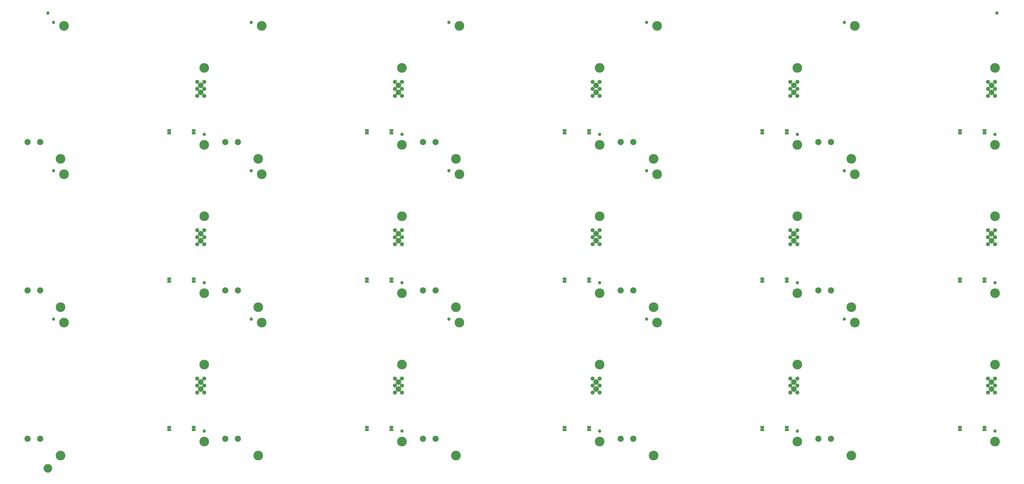
<source format=gbs>
G04 EAGLE Gerber RS-274X export*
G75*
%MOMM*%
%FSLAX34Y34*%
%LPD*%
%INSoldermask Bottom*%
%IPPOS*%
%AMOC8*
5,1,8,0,0,1.08239X$1,22.5*%
G01*
%ADD10C,3.505200*%
%ADD11C,2.003200*%
%ADD12C,1.473200*%
%ADD13C,2.235200*%
%ADD14R,1.473200X0.838200*%
%ADD15C,1.203200*%
%ADD16C,1.270000*%
%ADD17C,1.703200*%

G36*
X2056195Y1197622D02*
X2056195Y1197622D01*
X2056261Y1197624D01*
X2056304Y1197642D01*
X2056351Y1197650D01*
X2056408Y1197684D01*
X2056468Y1197709D01*
X2056503Y1197740D01*
X2056544Y1197765D01*
X2056586Y1197816D01*
X2056634Y1197860D01*
X2056656Y1197902D01*
X2056685Y1197939D01*
X2056706Y1198001D01*
X2056737Y1198060D01*
X2056745Y1198114D01*
X2056757Y1198151D01*
X2056756Y1198191D01*
X2056764Y1198245D01*
X2056764Y1202055D01*
X2056753Y1202120D01*
X2056751Y1202186D01*
X2056733Y1202229D01*
X2056725Y1202276D01*
X2056691Y1202333D01*
X2056666Y1202393D01*
X2056635Y1202428D01*
X2056610Y1202469D01*
X2056559Y1202511D01*
X2056515Y1202559D01*
X2056473Y1202581D01*
X2056436Y1202610D01*
X2056374Y1202631D01*
X2056315Y1202662D01*
X2056261Y1202670D01*
X2056224Y1202682D01*
X2056184Y1202681D01*
X2056130Y1202689D01*
X2053590Y1202689D01*
X2053525Y1202678D01*
X2053459Y1202676D01*
X2053416Y1202658D01*
X2053369Y1202650D01*
X2053312Y1202616D01*
X2053252Y1202591D01*
X2053217Y1202560D01*
X2053176Y1202535D01*
X2053135Y1202484D01*
X2053086Y1202440D01*
X2053064Y1202398D01*
X2053035Y1202361D01*
X2053014Y1202299D01*
X2052983Y1202240D01*
X2052975Y1202186D01*
X2052963Y1202149D01*
X2052963Y1202145D01*
X2052963Y1202144D01*
X2052964Y1202109D01*
X2052956Y1202055D01*
X2052956Y1198245D01*
X2052967Y1198180D01*
X2052969Y1198114D01*
X2052987Y1198071D01*
X2052995Y1198024D01*
X2053029Y1197967D01*
X2053054Y1197907D01*
X2053085Y1197872D01*
X2053110Y1197831D01*
X2053161Y1197790D01*
X2053205Y1197741D01*
X2053247Y1197719D01*
X2053284Y1197690D01*
X2053346Y1197669D01*
X2053405Y1197638D01*
X2053459Y1197630D01*
X2053496Y1197618D01*
X2053536Y1197619D01*
X2053590Y1197611D01*
X2056130Y1197611D01*
X2056195Y1197622D01*
G37*
G36*
X2683575Y1197622D02*
X2683575Y1197622D01*
X2683641Y1197624D01*
X2683684Y1197642D01*
X2683731Y1197650D01*
X2683788Y1197684D01*
X2683848Y1197709D01*
X2683883Y1197740D01*
X2683924Y1197765D01*
X2683966Y1197816D01*
X2684014Y1197860D01*
X2684036Y1197902D01*
X2684065Y1197939D01*
X2684086Y1198001D01*
X2684117Y1198060D01*
X2684125Y1198114D01*
X2684137Y1198151D01*
X2684136Y1198191D01*
X2684144Y1198245D01*
X2684144Y1202055D01*
X2684133Y1202120D01*
X2684131Y1202186D01*
X2684113Y1202229D01*
X2684105Y1202276D01*
X2684071Y1202333D01*
X2684046Y1202393D01*
X2684015Y1202428D01*
X2683990Y1202469D01*
X2683939Y1202511D01*
X2683895Y1202559D01*
X2683853Y1202581D01*
X2683816Y1202610D01*
X2683754Y1202631D01*
X2683695Y1202662D01*
X2683641Y1202670D01*
X2683604Y1202682D01*
X2683564Y1202681D01*
X2683510Y1202689D01*
X2680970Y1202689D01*
X2680905Y1202678D01*
X2680839Y1202676D01*
X2680796Y1202658D01*
X2680749Y1202650D01*
X2680692Y1202616D01*
X2680632Y1202591D01*
X2680597Y1202560D01*
X2680556Y1202535D01*
X2680515Y1202484D01*
X2680466Y1202440D01*
X2680444Y1202398D01*
X2680415Y1202361D01*
X2680394Y1202299D01*
X2680363Y1202240D01*
X2680355Y1202186D01*
X2680343Y1202149D01*
X2680343Y1202145D01*
X2680343Y1202144D01*
X2680344Y1202109D01*
X2680336Y1202055D01*
X2680336Y1198245D01*
X2680347Y1198180D01*
X2680349Y1198114D01*
X2680367Y1198071D01*
X2680375Y1198024D01*
X2680409Y1197967D01*
X2680434Y1197907D01*
X2680465Y1197872D01*
X2680490Y1197831D01*
X2680541Y1197790D01*
X2680585Y1197741D01*
X2680627Y1197719D01*
X2680664Y1197690D01*
X2680726Y1197669D01*
X2680785Y1197638D01*
X2680839Y1197630D01*
X2680876Y1197618D01*
X2680916Y1197619D01*
X2680970Y1197611D01*
X2683510Y1197611D01*
X2683575Y1197622D01*
G37*
G36*
X534735Y1197622D02*
X534735Y1197622D01*
X534801Y1197624D01*
X534844Y1197642D01*
X534891Y1197650D01*
X534948Y1197684D01*
X535008Y1197709D01*
X535043Y1197740D01*
X535084Y1197765D01*
X535126Y1197816D01*
X535174Y1197860D01*
X535196Y1197902D01*
X535225Y1197939D01*
X535246Y1198001D01*
X535277Y1198060D01*
X535285Y1198114D01*
X535297Y1198151D01*
X535296Y1198191D01*
X535304Y1198245D01*
X535304Y1202055D01*
X535293Y1202120D01*
X535291Y1202186D01*
X535273Y1202229D01*
X535265Y1202276D01*
X535231Y1202333D01*
X535206Y1202393D01*
X535175Y1202428D01*
X535150Y1202469D01*
X535099Y1202511D01*
X535055Y1202559D01*
X535013Y1202581D01*
X534976Y1202610D01*
X534914Y1202631D01*
X534855Y1202662D01*
X534801Y1202670D01*
X534764Y1202682D01*
X534724Y1202681D01*
X534670Y1202689D01*
X532130Y1202689D01*
X532065Y1202678D01*
X531999Y1202676D01*
X531956Y1202658D01*
X531909Y1202650D01*
X531852Y1202616D01*
X531792Y1202591D01*
X531757Y1202560D01*
X531716Y1202535D01*
X531675Y1202484D01*
X531626Y1202440D01*
X531604Y1202398D01*
X531575Y1202361D01*
X531554Y1202299D01*
X531523Y1202240D01*
X531515Y1202186D01*
X531503Y1202149D01*
X531503Y1202145D01*
X531503Y1202144D01*
X531504Y1202109D01*
X531496Y1202055D01*
X531496Y1198245D01*
X531507Y1198180D01*
X531509Y1198114D01*
X531527Y1198071D01*
X531535Y1198024D01*
X531569Y1197967D01*
X531594Y1197907D01*
X531625Y1197872D01*
X531650Y1197831D01*
X531701Y1197790D01*
X531745Y1197741D01*
X531787Y1197719D01*
X531824Y1197690D01*
X531886Y1197669D01*
X531945Y1197638D01*
X531999Y1197630D01*
X532036Y1197618D01*
X532076Y1197619D01*
X532130Y1197611D01*
X534670Y1197611D01*
X534735Y1197622D01*
G37*
G36*
X3399855Y1197622D02*
X3399855Y1197622D01*
X3399921Y1197624D01*
X3399964Y1197642D01*
X3400011Y1197650D01*
X3400068Y1197684D01*
X3400128Y1197709D01*
X3400163Y1197740D01*
X3400204Y1197765D01*
X3400246Y1197816D01*
X3400294Y1197860D01*
X3400316Y1197902D01*
X3400345Y1197939D01*
X3400366Y1198001D01*
X3400397Y1198060D01*
X3400405Y1198114D01*
X3400417Y1198151D01*
X3400416Y1198191D01*
X3400424Y1198245D01*
X3400424Y1202055D01*
X3400413Y1202120D01*
X3400411Y1202186D01*
X3400393Y1202229D01*
X3400385Y1202276D01*
X3400351Y1202333D01*
X3400326Y1202393D01*
X3400295Y1202428D01*
X3400270Y1202469D01*
X3400219Y1202511D01*
X3400175Y1202559D01*
X3400133Y1202581D01*
X3400096Y1202610D01*
X3400034Y1202631D01*
X3399975Y1202662D01*
X3399921Y1202670D01*
X3399884Y1202682D01*
X3399844Y1202681D01*
X3399790Y1202689D01*
X3397250Y1202689D01*
X3397185Y1202678D01*
X3397119Y1202676D01*
X3397076Y1202658D01*
X3397029Y1202650D01*
X3396972Y1202616D01*
X3396912Y1202591D01*
X3396877Y1202560D01*
X3396836Y1202535D01*
X3396795Y1202484D01*
X3396746Y1202440D01*
X3396724Y1202398D01*
X3396695Y1202361D01*
X3396674Y1202299D01*
X3396643Y1202240D01*
X3396635Y1202186D01*
X3396623Y1202149D01*
X3396623Y1202145D01*
X3396623Y1202144D01*
X3396624Y1202109D01*
X3396616Y1202055D01*
X3396616Y1198245D01*
X3396627Y1198180D01*
X3396629Y1198114D01*
X3396647Y1198071D01*
X3396655Y1198024D01*
X3396689Y1197967D01*
X3396714Y1197907D01*
X3396745Y1197872D01*
X3396770Y1197831D01*
X3396821Y1197790D01*
X3396865Y1197741D01*
X3396907Y1197719D01*
X3396944Y1197690D01*
X3397006Y1197669D01*
X3397065Y1197638D01*
X3397119Y1197630D01*
X3397156Y1197618D01*
X3397196Y1197619D01*
X3397250Y1197611D01*
X3399790Y1197611D01*
X3399855Y1197622D01*
G37*
G36*
X3488755Y1197622D02*
X3488755Y1197622D01*
X3488821Y1197624D01*
X3488864Y1197642D01*
X3488911Y1197650D01*
X3488968Y1197684D01*
X3489028Y1197709D01*
X3489063Y1197740D01*
X3489104Y1197765D01*
X3489146Y1197816D01*
X3489194Y1197860D01*
X3489216Y1197902D01*
X3489245Y1197939D01*
X3489266Y1198001D01*
X3489297Y1198060D01*
X3489305Y1198114D01*
X3489317Y1198151D01*
X3489316Y1198191D01*
X3489324Y1198245D01*
X3489324Y1202055D01*
X3489313Y1202120D01*
X3489311Y1202186D01*
X3489293Y1202229D01*
X3489285Y1202276D01*
X3489251Y1202333D01*
X3489226Y1202393D01*
X3489195Y1202428D01*
X3489170Y1202469D01*
X3489119Y1202511D01*
X3489075Y1202559D01*
X3489033Y1202581D01*
X3488996Y1202610D01*
X3488934Y1202631D01*
X3488875Y1202662D01*
X3488821Y1202670D01*
X3488784Y1202682D01*
X3488744Y1202681D01*
X3488690Y1202689D01*
X3486150Y1202689D01*
X3486085Y1202678D01*
X3486019Y1202676D01*
X3485976Y1202658D01*
X3485929Y1202650D01*
X3485872Y1202616D01*
X3485812Y1202591D01*
X3485777Y1202560D01*
X3485736Y1202535D01*
X3485695Y1202484D01*
X3485646Y1202440D01*
X3485624Y1202398D01*
X3485595Y1202361D01*
X3485574Y1202299D01*
X3485543Y1202240D01*
X3485535Y1202186D01*
X3485523Y1202149D01*
X3485523Y1202145D01*
X3485523Y1202144D01*
X3485524Y1202109D01*
X3485516Y1202055D01*
X3485516Y1198245D01*
X3485527Y1198180D01*
X3485529Y1198114D01*
X3485547Y1198071D01*
X3485555Y1198024D01*
X3485589Y1197967D01*
X3485614Y1197907D01*
X3485645Y1197872D01*
X3485670Y1197831D01*
X3485721Y1197790D01*
X3485765Y1197741D01*
X3485807Y1197719D01*
X3485844Y1197690D01*
X3485906Y1197669D01*
X3485965Y1197638D01*
X3486019Y1197630D01*
X3486056Y1197618D01*
X3486096Y1197619D01*
X3486150Y1197611D01*
X3488690Y1197611D01*
X3488755Y1197622D01*
G37*
G36*
X623635Y1197622D02*
X623635Y1197622D01*
X623701Y1197624D01*
X623744Y1197642D01*
X623791Y1197650D01*
X623848Y1197684D01*
X623908Y1197709D01*
X623943Y1197740D01*
X623984Y1197765D01*
X624026Y1197816D01*
X624074Y1197860D01*
X624096Y1197902D01*
X624125Y1197939D01*
X624146Y1198001D01*
X624177Y1198060D01*
X624185Y1198114D01*
X624197Y1198151D01*
X624196Y1198191D01*
X624204Y1198245D01*
X624204Y1202055D01*
X624193Y1202120D01*
X624191Y1202186D01*
X624173Y1202229D01*
X624165Y1202276D01*
X624131Y1202333D01*
X624106Y1202393D01*
X624075Y1202428D01*
X624050Y1202469D01*
X623999Y1202511D01*
X623955Y1202559D01*
X623913Y1202581D01*
X623876Y1202610D01*
X623814Y1202631D01*
X623755Y1202662D01*
X623701Y1202670D01*
X623664Y1202682D01*
X623624Y1202681D01*
X623570Y1202689D01*
X621030Y1202689D01*
X620965Y1202678D01*
X620899Y1202676D01*
X620856Y1202658D01*
X620809Y1202650D01*
X620752Y1202616D01*
X620692Y1202591D01*
X620657Y1202560D01*
X620616Y1202535D01*
X620575Y1202484D01*
X620526Y1202440D01*
X620504Y1202398D01*
X620475Y1202361D01*
X620454Y1202299D01*
X620423Y1202240D01*
X620415Y1202186D01*
X620403Y1202149D01*
X620403Y1202145D01*
X620403Y1202144D01*
X620404Y1202109D01*
X620396Y1202055D01*
X620396Y1198245D01*
X620407Y1198180D01*
X620409Y1198114D01*
X620427Y1198071D01*
X620435Y1198024D01*
X620469Y1197967D01*
X620494Y1197907D01*
X620525Y1197872D01*
X620550Y1197831D01*
X620601Y1197790D01*
X620645Y1197741D01*
X620687Y1197719D01*
X620724Y1197690D01*
X620786Y1197669D01*
X620845Y1197638D01*
X620899Y1197630D01*
X620936Y1197618D01*
X620976Y1197619D01*
X621030Y1197611D01*
X623570Y1197611D01*
X623635Y1197622D01*
G37*
G36*
X1251015Y1197622D02*
X1251015Y1197622D01*
X1251081Y1197624D01*
X1251124Y1197642D01*
X1251171Y1197650D01*
X1251228Y1197684D01*
X1251288Y1197709D01*
X1251323Y1197740D01*
X1251364Y1197765D01*
X1251406Y1197816D01*
X1251454Y1197860D01*
X1251476Y1197902D01*
X1251505Y1197939D01*
X1251526Y1198001D01*
X1251557Y1198060D01*
X1251565Y1198114D01*
X1251577Y1198151D01*
X1251576Y1198191D01*
X1251584Y1198245D01*
X1251584Y1202055D01*
X1251573Y1202120D01*
X1251571Y1202186D01*
X1251553Y1202229D01*
X1251545Y1202276D01*
X1251511Y1202333D01*
X1251486Y1202393D01*
X1251455Y1202428D01*
X1251430Y1202469D01*
X1251379Y1202511D01*
X1251335Y1202559D01*
X1251293Y1202581D01*
X1251256Y1202610D01*
X1251194Y1202631D01*
X1251135Y1202662D01*
X1251081Y1202670D01*
X1251044Y1202682D01*
X1251004Y1202681D01*
X1250950Y1202689D01*
X1248410Y1202689D01*
X1248345Y1202678D01*
X1248279Y1202676D01*
X1248236Y1202658D01*
X1248189Y1202650D01*
X1248132Y1202616D01*
X1248072Y1202591D01*
X1248037Y1202560D01*
X1247996Y1202535D01*
X1247955Y1202484D01*
X1247906Y1202440D01*
X1247884Y1202398D01*
X1247855Y1202361D01*
X1247834Y1202299D01*
X1247803Y1202240D01*
X1247795Y1202186D01*
X1247783Y1202149D01*
X1247783Y1202145D01*
X1247783Y1202144D01*
X1247784Y1202109D01*
X1247776Y1202055D01*
X1247776Y1198245D01*
X1247787Y1198180D01*
X1247789Y1198114D01*
X1247807Y1198071D01*
X1247815Y1198024D01*
X1247849Y1197967D01*
X1247874Y1197907D01*
X1247905Y1197872D01*
X1247930Y1197831D01*
X1247981Y1197790D01*
X1248025Y1197741D01*
X1248067Y1197719D01*
X1248104Y1197690D01*
X1248166Y1197669D01*
X1248225Y1197638D01*
X1248279Y1197630D01*
X1248316Y1197618D01*
X1248356Y1197619D01*
X1248410Y1197611D01*
X1250950Y1197611D01*
X1251015Y1197622D01*
G37*
G36*
X1339915Y1197622D02*
X1339915Y1197622D01*
X1339981Y1197624D01*
X1340024Y1197642D01*
X1340071Y1197650D01*
X1340128Y1197684D01*
X1340188Y1197709D01*
X1340223Y1197740D01*
X1340264Y1197765D01*
X1340306Y1197816D01*
X1340354Y1197860D01*
X1340376Y1197902D01*
X1340405Y1197939D01*
X1340426Y1198001D01*
X1340457Y1198060D01*
X1340465Y1198114D01*
X1340477Y1198151D01*
X1340476Y1198191D01*
X1340484Y1198245D01*
X1340484Y1202055D01*
X1340473Y1202120D01*
X1340471Y1202186D01*
X1340453Y1202229D01*
X1340445Y1202276D01*
X1340411Y1202333D01*
X1340386Y1202393D01*
X1340355Y1202428D01*
X1340330Y1202469D01*
X1340279Y1202511D01*
X1340235Y1202559D01*
X1340193Y1202581D01*
X1340156Y1202610D01*
X1340094Y1202631D01*
X1340035Y1202662D01*
X1339981Y1202670D01*
X1339944Y1202682D01*
X1339904Y1202681D01*
X1339850Y1202689D01*
X1337310Y1202689D01*
X1337245Y1202678D01*
X1337179Y1202676D01*
X1337136Y1202658D01*
X1337089Y1202650D01*
X1337032Y1202616D01*
X1336972Y1202591D01*
X1336937Y1202560D01*
X1336896Y1202535D01*
X1336855Y1202484D01*
X1336806Y1202440D01*
X1336784Y1202398D01*
X1336755Y1202361D01*
X1336734Y1202299D01*
X1336703Y1202240D01*
X1336695Y1202186D01*
X1336683Y1202149D01*
X1336683Y1202145D01*
X1336683Y1202144D01*
X1336684Y1202109D01*
X1336676Y1202055D01*
X1336676Y1198245D01*
X1336687Y1198180D01*
X1336689Y1198114D01*
X1336707Y1198071D01*
X1336715Y1198024D01*
X1336749Y1197967D01*
X1336774Y1197907D01*
X1336805Y1197872D01*
X1336830Y1197831D01*
X1336881Y1197790D01*
X1336925Y1197741D01*
X1336967Y1197719D01*
X1337004Y1197690D01*
X1337066Y1197669D01*
X1337125Y1197638D01*
X1337179Y1197630D01*
X1337216Y1197618D01*
X1337256Y1197619D01*
X1337310Y1197611D01*
X1339850Y1197611D01*
X1339915Y1197622D01*
G37*
G36*
X2772475Y1197622D02*
X2772475Y1197622D01*
X2772541Y1197624D01*
X2772584Y1197642D01*
X2772631Y1197650D01*
X2772688Y1197684D01*
X2772748Y1197709D01*
X2772783Y1197740D01*
X2772824Y1197765D01*
X2772866Y1197816D01*
X2772914Y1197860D01*
X2772936Y1197902D01*
X2772965Y1197939D01*
X2772986Y1198001D01*
X2773017Y1198060D01*
X2773025Y1198114D01*
X2773037Y1198151D01*
X2773036Y1198191D01*
X2773044Y1198245D01*
X2773044Y1202055D01*
X2773033Y1202120D01*
X2773031Y1202186D01*
X2773013Y1202229D01*
X2773005Y1202276D01*
X2772971Y1202333D01*
X2772946Y1202393D01*
X2772915Y1202428D01*
X2772890Y1202469D01*
X2772839Y1202511D01*
X2772795Y1202559D01*
X2772753Y1202581D01*
X2772716Y1202610D01*
X2772654Y1202631D01*
X2772595Y1202662D01*
X2772541Y1202670D01*
X2772504Y1202682D01*
X2772464Y1202681D01*
X2772410Y1202689D01*
X2769870Y1202689D01*
X2769805Y1202678D01*
X2769739Y1202676D01*
X2769696Y1202658D01*
X2769649Y1202650D01*
X2769592Y1202616D01*
X2769532Y1202591D01*
X2769497Y1202560D01*
X2769456Y1202535D01*
X2769415Y1202484D01*
X2769366Y1202440D01*
X2769344Y1202398D01*
X2769315Y1202361D01*
X2769294Y1202299D01*
X2769263Y1202240D01*
X2769255Y1202186D01*
X2769243Y1202149D01*
X2769243Y1202145D01*
X2769243Y1202144D01*
X2769244Y1202109D01*
X2769236Y1202055D01*
X2769236Y1198245D01*
X2769247Y1198180D01*
X2769249Y1198114D01*
X2769267Y1198071D01*
X2769275Y1198024D01*
X2769309Y1197967D01*
X2769334Y1197907D01*
X2769365Y1197872D01*
X2769390Y1197831D01*
X2769441Y1197790D01*
X2769485Y1197741D01*
X2769527Y1197719D01*
X2769564Y1197690D01*
X2769626Y1197669D01*
X2769685Y1197638D01*
X2769739Y1197630D01*
X2769776Y1197618D01*
X2769816Y1197619D01*
X2769870Y1197611D01*
X2772410Y1197611D01*
X2772475Y1197622D01*
G37*
G36*
X1967295Y1197622D02*
X1967295Y1197622D01*
X1967361Y1197624D01*
X1967404Y1197642D01*
X1967451Y1197650D01*
X1967508Y1197684D01*
X1967568Y1197709D01*
X1967603Y1197740D01*
X1967644Y1197765D01*
X1967686Y1197816D01*
X1967734Y1197860D01*
X1967756Y1197902D01*
X1967785Y1197939D01*
X1967806Y1198001D01*
X1967837Y1198060D01*
X1967845Y1198114D01*
X1967857Y1198151D01*
X1967856Y1198191D01*
X1967864Y1198245D01*
X1967864Y1202055D01*
X1967853Y1202120D01*
X1967851Y1202186D01*
X1967833Y1202229D01*
X1967825Y1202276D01*
X1967791Y1202333D01*
X1967766Y1202393D01*
X1967735Y1202428D01*
X1967710Y1202469D01*
X1967659Y1202511D01*
X1967615Y1202559D01*
X1967573Y1202581D01*
X1967536Y1202610D01*
X1967474Y1202631D01*
X1967415Y1202662D01*
X1967361Y1202670D01*
X1967324Y1202682D01*
X1967284Y1202681D01*
X1967230Y1202689D01*
X1964690Y1202689D01*
X1964625Y1202678D01*
X1964559Y1202676D01*
X1964516Y1202658D01*
X1964469Y1202650D01*
X1964412Y1202616D01*
X1964352Y1202591D01*
X1964317Y1202560D01*
X1964276Y1202535D01*
X1964235Y1202484D01*
X1964186Y1202440D01*
X1964164Y1202398D01*
X1964135Y1202361D01*
X1964114Y1202299D01*
X1964083Y1202240D01*
X1964075Y1202186D01*
X1964063Y1202149D01*
X1964063Y1202145D01*
X1964063Y1202144D01*
X1964064Y1202109D01*
X1964056Y1202055D01*
X1964056Y1198245D01*
X1964067Y1198180D01*
X1964069Y1198114D01*
X1964087Y1198071D01*
X1964095Y1198024D01*
X1964129Y1197967D01*
X1964154Y1197907D01*
X1964185Y1197872D01*
X1964210Y1197831D01*
X1964261Y1197790D01*
X1964305Y1197741D01*
X1964347Y1197719D01*
X1964384Y1197690D01*
X1964446Y1197669D01*
X1964505Y1197638D01*
X1964559Y1197630D01*
X1964596Y1197618D01*
X1964636Y1197619D01*
X1964690Y1197611D01*
X1967230Y1197611D01*
X1967295Y1197622D01*
G37*
G36*
X2056195Y659142D02*
X2056195Y659142D01*
X2056261Y659144D01*
X2056304Y659162D01*
X2056351Y659170D01*
X2056408Y659204D01*
X2056468Y659229D01*
X2056503Y659260D01*
X2056544Y659285D01*
X2056586Y659336D01*
X2056634Y659380D01*
X2056656Y659422D01*
X2056685Y659459D01*
X2056706Y659521D01*
X2056737Y659580D01*
X2056745Y659634D01*
X2056757Y659671D01*
X2056756Y659711D01*
X2056764Y659765D01*
X2056764Y663575D01*
X2056753Y663640D01*
X2056751Y663706D01*
X2056733Y663749D01*
X2056725Y663796D01*
X2056691Y663853D01*
X2056666Y663913D01*
X2056635Y663948D01*
X2056610Y663989D01*
X2056559Y664031D01*
X2056515Y664079D01*
X2056473Y664101D01*
X2056436Y664130D01*
X2056374Y664151D01*
X2056315Y664182D01*
X2056261Y664190D01*
X2056224Y664202D01*
X2056184Y664201D01*
X2056130Y664209D01*
X2053590Y664209D01*
X2053525Y664198D01*
X2053459Y664196D01*
X2053416Y664178D01*
X2053369Y664170D01*
X2053312Y664136D01*
X2053252Y664111D01*
X2053217Y664080D01*
X2053176Y664055D01*
X2053135Y664004D01*
X2053086Y663960D01*
X2053064Y663918D01*
X2053035Y663881D01*
X2053014Y663819D01*
X2052983Y663760D01*
X2052975Y663706D01*
X2052963Y663669D01*
X2052963Y663665D01*
X2052963Y663664D01*
X2052964Y663629D01*
X2052956Y663575D01*
X2052956Y659765D01*
X2052967Y659700D01*
X2052969Y659634D01*
X2052987Y659591D01*
X2052995Y659544D01*
X2053029Y659487D01*
X2053054Y659427D01*
X2053085Y659392D01*
X2053110Y659351D01*
X2053161Y659310D01*
X2053205Y659261D01*
X2053247Y659239D01*
X2053284Y659210D01*
X2053346Y659189D01*
X2053405Y659158D01*
X2053459Y659150D01*
X2053496Y659138D01*
X2053536Y659139D01*
X2053590Y659131D01*
X2056130Y659131D01*
X2056195Y659142D01*
G37*
G36*
X1967295Y659142D02*
X1967295Y659142D01*
X1967361Y659144D01*
X1967404Y659162D01*
X1967451Y659170D01*
X1967508Y659204D01*
X1967568Y659229D01*
X1967603Y659260D01*
X1967644Y659285D01*
X1967686Y659336D01*
X1967734Y659380D01*
X1967756Y659422D01*
X1967785Y659459D01*
X1967806Y659521D01*
X1967837Y659580D01*
X1967845Y659634D01*
X1967857Y659671D01*
X1967856Y659711D01*
X1967864Y659765D01*
X1967864Y663575D01*
X1967853Y663640D01*
X1967851Y663706D01*
X1967833Y663749D01*
X1967825Y663796D01*
X1967791Y663853D01*
X1967766Y663913D01*
X1967735Y663948D01*
X1967710Y663989D01*
X1967659Y664031D01*
X1967615Y664079D01*
X1967573Y664101D01*
X1967536Y664130D01*
X1967474Y664151D01*
X1967415Y664182D01*
X1967361Y664190D01*
X1967324Y664202D01*
X1967284Y664201D01*
X1967230Y664209D01*
X1964690Y664209D01*
X1964625Y664198D01*
X1964559Y664196D01*
X1964516Y664178D01*
X1964469Y664170D01*
X1964412Y664136D01*
X1964352Y664111D01*
X1964317Y664080D01*
X1964276Y664055D01*
X1964235Y664004D01*
X1964186Y663960D01*
X1964164Y663918D01*
X1964135Y663881D01*
X1964114Y663819D01*
X1964083Y663760D01*
X1964075Y663706D01*
X1964063Y663669D01*
X1964063Y663665D01*
X1964063Y663664D01*
X1964064Y663629D01*
X1964056Y663575D01*
X1964056Y659765D01*
X1964067Y659700D01*
X1964069Y659634D01*
X1964087Y659591D01*
X1964095Y659544D01*
X1964129Y659487D01*
X1964154Y659427D01*
X1964185Y659392D01*
X1964210Y659351D01*
X1964261Y659310D01*
X1964305Y659261D01*
X1964347Y659239D01*
X1964384Y659210D01*
X1964446Y659189D01*
X1964505Y659158D01*
X1964559Y659150D01*
X1964596Y659138D01*
X1964636Y659139D01*
X1964690Y659131D01*
X1967230Y659131D01*
X1967295Y659142D01*
G37*
G36*
X623635Y659142D02*
X623635Y659142D01*
X623701Y659144D01*
X623744Y659162D01*
X623791Y659170D01*
X623848Y659204D01*
X623908Y659229D01*
X623943Y659260D01*
X623984Y659285D01*
X624026Y659336D01*
X624074Y659380D01*
X624096Y659422D01*
X624125Y659459D01*
X624146Y659521D01*
X624177Y659580D01*
X624185Y659634D01*
X624197Y659671D01*
X624196Y659711D01*
X624204Y659765D01*
X624204Y663575D01*
X624193Y663640D01*
X624191Y663706D01*
X624173Y663749D01*
X624165Y663796D01*
X624131Y663853D01*
X624106Y663913D01*
X624075Y663948D01*
X624050Y663989D01*
X623999Y664031D01*
X623955Y664079D01*
X623913Y664101D01*
X623876Y664130D01*
X623814Y664151D01*
X623755Y664182D01*
X623701Y664190D01*
X623664Y664202D01*
X623624Y664201D01*
X623570Y664209D01*
X621030Y664209D01*
X620965Y664198D01*
X620899Y664196D01*
X620856Y664178D01*
X620809Y664170D01*
X620752Y664136D01*
X620692Y664111D01*
X620657Y664080D01*
X620616Y664055D01*
X620575Y664004D01*
X620526Y663960D01*
X620504Y663918D01*
X620475Y663881D01*
X620454Y663819D01*
X620423Y663760D01*
X620415Y663706D01*
X620403Y663669D01*
X620403Y663665D01*
X620403Y663664D01*
X620404Y663629D01*
X620396Y663575D01*
X620396Y659765D01*
X620407Y659700D01*
X620409Y659634D01*
X620427Y659591D01*
X620435Y659544D01*
X620469Y659487D01*
X620494Y659427D01*
X620525Y659392D01*
X620550Y659351D01*
X620601Y659310D01*
X620645Y659261D01*
X620687Y659239D01*
X620724Y659210D01*
X620786Y659189D01*
X620845Y659158D01*
X620899Y659150D01*
X620936Y659138D01*
X620976Y659139D01*
X621030Y659131D01*
X623570Y659131D01*
X623635Y659142D01*
G37*
G36*
X2772475Y659142D02*
X2772475Y659142D01*
X2772541Y659144D01*
X2772584Y659162D01*
X2772631Y659170D01*
X2772688Y659204D01*
X2772748Y659229D01*
X2772783Y659260D01*
X2772824Y659285D01*
X2772866Y659336D01*
X2772914Y659380D01*
X2772936Y659422D01*
X2772965Y659459D01*
X2772986Y659521D01*
X2773017Y659580D01*
X2773025Y659634D01*
X2773037Y659671D01*
X2773036Y659711D01*
X2773044Y659765D01*
X2773044Y663575D01*
X2773033Y663640D01*
X2773031Y663706D01*
X2773013Y663749D01*
X2773005Y663796D01*
X2772971Y663853D01*
X2772946Y663913D01*
X2772915Y663948D01*
X2772890Y663989D01*
X2772839Y664031D01*
X2772795Y664079D01*
X2772753Y664101D01*
X2772716Y664130D01*
X2772654Y664151D01*
X2772595Y664182D01*
X2772541Y664190D01*
X2772504Y664202D01*
X2772464Y664201D01*
X2772410Y664209D01*
X2769870Y664209D01*
X2769805Y664198D01*
X2769739Y664196D01*
X2769696Y664178D01*
X2769649Y664170D01*
X2769592Y664136D01*
X2769532Y664111D01*
X2769497Y664080D01*
X2769456Y664055D01*
X2769415Y664004D01*
X2769366Y663960D01*
X2769344Y663918D01*
X2769315Y663881D01*
X2769294Y663819D01*
X2769263Y663760D01*
X2769255Y663706D01*
X2769243Y663669D01*
X2769243Y663665D01*
X2769243Y663664D01*
X2769244Y663629D01*
X2769236Y663575D01*
X2769236Y659765D01*
X2769247Y659700D01*
X2769249Y659634D01*
X2769267Y659591D01*
X2769275Y659544D01*
X2769309Y659487D01*
X2769334Y659427D01*
X2769365Y659392D01*
X2769390Y659351D01*
X2769441Y659310D01*
X2769485Y659261D01*
X2769527Y659239D01*
X2769564Y659210D01*
X2769626Y659189D01*
X2769685Y659158D01*
X2769739Y659150D01*
X2769776Y659138D01*
X2769816Y659139D01*
X2769870Y659131D01*
X2772410Y659131D01*
X2772475Y659142D01*
G37*
G36*
X534735Y659142D02*
X534735Y659142D01*
X534801Y659144D01*
X534844Y659162D01*
X534891Y659170D01*
X534948Y659204D01*
X535008Y659229D01*
X535043Y659260D01*
X535084Y659285D01*
X535126Y659336D01*
X535174Y659380D01*
X535196Y659422D01*
X535225Y659459D01*
X535246Y659521D01*
X535277Y659580D01*
X535285Y659634D01*
X535297Y659671D01*
X535296Y659711D01*
X535304Y659765D01*
X535304Y663575D01*
X535293Y663640D01*
X535291Y663706D01*
X535273Y663749D01*
X535265Y663796D01*
X535231Y663853D01*
X535206Y663913D01*
X535175Y663948D01*
X535150Y663989D01*
X535099Y664031D01*
X535055Y664079D01*
X535013Y664101D01*
X534976Y664130D01*
X534914Y664151D01*
X534855Y664182D01*
X534801Y664190D01*
X534764Y664202D01*
X534724Y664201D01*
X534670Y664209D01*
X532130Y664209D01*
X532065Y664198D01*
X531999Y664196D01*
X531956Y664178D01*
X531909Y664170D01*
X531852Y664136D01*
X531792Y664111D01*
X531757Y664080D01*
X531716Y664055D01*
X531675Y664004D01*
X531626Y663960D01*
X531604Y663918D01*
X531575Y663881D01*
X531554Y663819D01*
X531523Y663760D01*
X531515Y663706D01*
X531503Y663669D01*
X531503Y663665D01*
X531503Y663664D01*
X531504Y663629D01*
X531496Y663575D01*
X531496Y659765D01*
X531507Y659700D01*
X531509Y659634D01*
X531527Y659591D01*
X531535Y659544D01*
X531569Y659487D01*
X531594Y659427D01*
X531625Y659392D01*
X531650Y659351D01*
X531701Y659310D01*
X531745Y659261D01*
X531787Y659239D01*
X531824Y659210D01*
X531886Y659189D01*
X531945Y659158D01*
X531999Y659150D01*
X532036Y659138D01*
X532076Y659139D01*
X532130Y659131D01*
X534670Y659131D01*
X534735Y659142D01*
G37*
G36*
X1339915Y659142D02*
X1339915Y659142D01*
X1339981Y659144D01*
X1340024Y659162D01*
X1340071Y659170D01*
X1340128Y659204D01*
X1340188Y659229D01*
X1340223Y659260D01*
X1340264Y659285D01*
X1340306Y659336D01*
X1340354Y659380D01*
X1340376Y659422D01*
X1340405Y659459D01*
X1340426Y659521D01*
X1340457Y659580D01*
X1340465Y659634D01*
X1340477Y659671D01*
X1340476Y659711D01*
X1340484Y659765D01*
X1340484Y663575D01*
X1340473Y663640D01*
X1340471Y663706D01*
X1340453Y663749D01*
X1340445Y663796D01*
X1340411Y663853D01*
X1340386Y663913D01*
X1340355Y663948D01*
X1340330Y663989D01*
X1340279Y664031D01*
X1340235Y664079D01*
X1340193Y664101D01*
X1340156Y664130D01*
X1340094Y664151D01*
X1340035Y664182D01*
X1339981Y664190D01*
X1339944Y664202D01*
X1339904Y664201D01*
X1339850Y664209D01*
X1337310Y664209D01*
X1337245Y664198D01*
X1337179Y664196D01*
X1337136Y664178D01*
X1337089Y664170D01*
X1337032Y664136D01*
X1336972Y664111D01*
X1336937Y664080D01*
X1336896Y664055D01*
X1336855Y664004D01*
X1336806Y663960D01*
X1336784Y663918D01*
X1336755Y663881D01*
X1336734Y663819D01*
X1336703Y663760D01*
X1336695Y663706D01*
X1336683Y663669D01*
X1336683Y663665D01*
X1336683Y663664D01*
X1336684Y663629D01*
X1336676Y663575D01*
X1336676Y659765D01*
X1336687Y659700D01*
X1336689Y659634D01*
X1336707Y659591D01*
X1336715Y659544D01*
X1336749Y659487D01*
X1336774Y659427D01*
X1336805Y659392D01*
X1336830Y659351D01*
X1336881Y659310D01*
X1336925Y659261D01*
X1336967Y659239D01*
X1337004Y659210D01*
X1337066Y659189D01*
X1337125Y659158D01*
X1337179Y659150D01*
X1337216Y659138D01*
X1337256Y659139D01*
X1337310Y659131D01*
X1339850Y659131D01*
X1339915Y659142D01*
G37*
G36*
X2683575Y659142D02*
X2683575Y659142D01*
X2683641Y659144D01*
X2683684Y659162D01*
X2683731Y659170D01*
X2683788Y659204D01*
X2683848Y659229D01*
X2683883Y659260D01*
X2683924Y659285D01*
X2683966Y659336D01*
X2684014Y659380D01*
X2684036Y659422D01*
X2684065Y659459D01*
X2684086Y659521D01*
X2684117Y659580D01*
X2684125Y659634D01*
X2684137Y659671D01*
X2684136Y659711D01*
X2684144Y659765D01*
X2684144Y663575D01*
X2684133Y663640D01*
X2684131Y663706D01*
X2684113Y663749D01*
X2684105Y663796D01*
X2684071Y663853D01*
X2684046Y663913D01*
X2684015Y663948D01*
X2683990Y663989D01*
X2683939Y664031D01*
X2683895Y664079D01*
X2683853Y664101D01*
X2683816Y664130D01*
X2683754Y664151D01*
X2683695Y664182D01*
X2683641Y664190D01*
X2683604Y664202D01*
X2683564Y664201D01*
X2683510Y664209D01*
X2680970Y664209D01*
X2680905Y664198D01*
X2680839Y664196D01*
X2680796Y664178D01*
X2680749Y664170D01*
X2680692Y664136D01*
X2680632Y664111D01*
X2680597Y664080D01*
X2680556Y664055D01*
X2680515Y664004D01*
X2680466Y663960D01*
X2680444Y663918D01*
X2680415Y663881D01*
X2680394Y663819D01*
X2680363Y663760D01*
X2680355Y663706D01*
X2680343Y663669D01*
X2680343Y663665D01*
X2680343Y663664D01*
X2680344Y663629D01*
X2680336Y663575D01*
X2680336Y659765D01*
X2680347Y659700D01*
X2680349Y659634D01*
X2680367Y659591D01*
X2680375Y659544D01*
X2680409Y659487D01*
X2680434Y659427D01*
X2680465Y659392D01*
X2680490Y659351D01*
X2680541Y659310D01*
X2680585Y659261D01*
X2680627Y659239D01*
X2680664Y659210D01*
X2680726Y659189D01*
X2680785Y659158D01*
X2680839Y659150D01*
X2680876Y659138D01*
X2680916Y659139D01*
X2680970Y659131D01*
X2683510Y659131D01*
X2683575Y659142D01*
G37*
G36*
X3488755Y659142D02*
X3488755Y659142D01*
X3488821Y659144D01*
X3488864Y659162D01*
X3488911Y659170D01*
X3488968Y659204D01*
X3489028Y659229D01*
X3489063Y659260D01*
X3489104Y659285D01*
X3489146Y659336D01*
X3489194Y659380D01*
X3489216Y659422D01*
X3489245Y659459D01*
X3489266Y659521D01*
X3489297Y659580D01*
X3489305Y659634D01*
X3489317Y659671D01*
X3489316Y659711D01*
X3489324Y659765D01*
X3489324Y663575D01*
X3489313Y663640D01*
X3489311Y663706D01*
X3489293Y663749D01*
X3489285Y663796D01*
X3489251Y663853D01*
X3489226Y663913D01*
X3489195Y663948D01*
X3489170Y663989D01*
X3489119Y664031D01*
X3489075Y664079D01*
X3489033Y664101D01*
X3488996Y664130D01*
X3488934Y664151D01*
X3488875Y664182D01*
X3488821Y664190D01*
X3488784Y664202D01*
X3488744Y664201D01*
X3488690Y664209D01*
X3486150Y664209D01*
X3486085Y664198D01*
X3486019Y664196D01*
X3485976Y664178D01*
X3485929Y664170D01*
X3485872Y664136D01*
X3485812Y664111D01*
X3485777Y664080D01*
X3485736Y664055D01*
X3485695Y664004D01*
X3485646Y663960D01*
X3485624Y663918D01*
X3485595Y663881D01*
X3485574Y663819D01*
X3485543Y663760D01*
X3485535Y663706D01*
X3485523Y663669D01*
X3485523Y663665D01*
X3485523Y663664D01*
X3485524Y663629D01*
X3485516Y663575D01*
X3485516Y659765D01*
X3485527Y659700D01*
X3485529Y659634D01*
X3485547Y659591D01*
X3485555Y659544D01*
X3485589Y659487D01*
X3485614Y659427D01*
X3485645Y659392D01*
X3485670Y659351D01*
X3485721Y659310D01*
X3485765Y659261D01*
X3485807Y659239D01*
X3485844Y659210D01*
X3485906Y659189D01*
X3485965Y659158D01*
X3486019Y659150D01*
X3486056Y659138D01*
X3486096Y659139D01*
X3486150Y659131D01*
X3488690Y659131D01*
X3488755Y659142D01*
G37*
G36*
X1251015Y659142D02*
X1251015Y659142D01*
X1251081Y659144D01*
X1251124Y659162D01*
X1251171Y659170D01*
X1251228Y659204D01*
X1251288Y659229D01*
X1251323Y659260D01*
X1251364Y659285D01*
X1251406Y659336D01*
X1251454Y659380D01*
X1251476Y659422D01*
X1251505Y659459D01*
X1251526Y659521D01*
X1251557Y659580D01*
X1251565Y659634D01*
X1251577Y659671D01*
X1251576Y659711D01*
X1251584Y659765D01*
X1251584Y663575D01*
X1251573Y663640D01*
X1251571Y663706D01*
X1251553Y663749D01*
X1251545Y663796D01*
X1251511Y663853D01*
X1251486Y663913D01*
X1251455Y663948D01*
X1251430Y663989D01*
X1251379Y664031D01*
X1251335Y664079D01*
X1251293Y664101D01*
X1251256Y664130D01*
X1251194Y664151D01*
X1251135Y664182D01*
X1251081Y664190D01*
X1251044Y664202D01*
X1251004Y664201D01*
X1250950Y664209D01*
X1248410Y664209D01*
X1248345Y664198D01*
X1248279Y664196D01*
X1248236Y664178D01*
X1248189Y664170D01*
X1248132Y664136D01*
X1248072Y664111D01*
X1248037Y664080D01*
X1247996Y664055D01*
X1247955Y664004D01*
X1247906Y663960D01*
X1247884Y663918D01*
X1247855Y663881D01*
X1247834Y663819D01*
X1247803Y663760D01*
X1247795Y663706D01*
X1247783Y663669D01*
X1247783Y663665D01*
X1247783Y663664D01*
X1247784Y663629D01*
X1247776Y663575D01*
X1247776Y659765D01*
X1247787Y659700D01*
X1247789Y659634D01*
X1247807Y659591D01*
X1247815Y659544D01*
X1247849Y659487D01*
X1247874Y659427D01*
X1247905Y659392D01*
X1247930Y659351D01*
X1247981Y659310D01*
X1248025Y659261D01*
X1248067Y659239D01*
X1248104Y659210D01*
X1248166Y659189D01*
X1248225Y659158D01*
X1248279Y659150D01*
X1248316Y659138D01*
X1248356Y659139D01*
X1248410Y659131D01*
X1250950Y659131D01*
X1251015Y659142D01*
G37*
G36*
X3399855Y659142D02*
X3399855Y659142D01*
X3399921Y659144D01*
X3399964Y659162D01*
X3400011Y659170D01*
X3400068Y659204D01*
X3400128Y659229D01*
X3400163Y659260D01*
X3400204Y659285D01*
X3400246Y659336D01*
X3400294Y659380D01*
X3400316Y659422D01*
X3400345Y659459D01*
X3400366Y659521D01*
X3400397Y659580D01*
X3400405Y659634D01*
X3400417Y659671D01*
X3400416Y659711D01*
X3400424Y659765D01*
X3400424Y663575D01*
X3400413Y663640D01*
X3400411Y663706D01*
X3400393Y663749D01*
X3400385Y663796D01*
X3400351Y663853D01*
X3400326Y663913D01*
X3400295Y663948D01*
X3400270Y663989D01*
X3400219Y664031D01*
X3400175Y664079D01*
X3400133Y664101D01*
X3400096Y664130D01*
X3400034Y664151D01*
X3399975Y664182D01*
X3399921Y664190D01*
X3399884Y664202D01*
X3399844Y664201D01*
X3399790Y664209D01*
X3397250Y664209D01*
X3397185Y664198D01*
X3397119Y664196D01*
X3397076Y664178D01*
X3397029Y664170D01*
X3396972Y664136D01*
X3396912Y664111D01*
X3396877Y664080D01*
X3396836Y664055D01*
X3396795Y664004D01*
X3396746Y663960D01*
X3396724Y663918D01*
X3396695Y663881D01*
X3396674Y663819D01*
X3396643Y663760D01*
X3396635Y663706D01*
X3396623Y663669D01*
X3396623Y663665D01*
X3396623Y663664D01*
X3396624Y663629D01*
X3396616Y663575D01*
X3396616Y659765D01*
X3396627Y659700D01*
X3396629Y659634D01*
X3396647Y659591D01*
X3396655Y659544D01*
X3396689Y659487D01*
X3396714Y659427D01*
X3396745Y659392D01*
X3396770Y659351D01*
X3396821Y659310D01*
X3396865Y659261D01*
X3396907Y659239D01*
X3396944Y659210D01*
X3397006Y659189D01*
X3397065Y659158D01*
X3397119Y659150D01*
X3397156Y659138D01*
X3397196Y659139D01*
X3397250Y659131D01*
X3399790Y659131D01*
X3399855Y659142D01*
G37*
G36*
X2056195Y120662D02*
X2056195Y120662D01*
X2056261Y120664D01*
X2056304Y120682D01*
X2056351Y120690D01*
X2056408Y120724D01*
X2056468Y120749D01*
X2056503Y120780D01*
X2056544Y120805D01*
X2056586Y120856D01*
X2056634Y120900D01*
X2056656Y120942D01*
X2056685Y120979D01*
X2056706Y121041D01*
X2056737Y121100D01*
X2056745Y121154D01*
X2056757Y121191D01*
X2056756Y121231D01*
X2056764Y121285D01*
X2056764Y125095D01*
X2056753Y125160D01*
X2056751Y125226D01*
X2056733Y125269D01*
X2056725Y125316D01*
X2056691Y125373D01*
X2056666Y125433D01*
X2056635Y125468D01*
X2056610Y125509D01*
X2056559Y125551D01*
X2056515Y125599D01*
X2056473Y125621D01*
X2056436Y125650D01*
X2056374Y125671D01*
X2056315Y125702D01*
X2056261Y125710D01*
X2056224Y125722D01*
X2056184Y125721D01*
X2056130Y125729D01*
X2053590Y125729D01*
X2053525Y125718D01*
X2053459Y125716D01*
X2053416Y125698D01*
X2053369Y125690D01*
X2053312Y125656D01*
X2053252Y125631D01*
X2053217Y125600D01*
X2053176Y125575D01*
X2053135Y125524D01*
X2053086Y125480D01*
X2053064Y125438D01*
X2053035Y125401D01*
X2053014Y125339D01*
X2052983Y125280D01*
X2052975Y125226D01*
X2052963Y125189D01*
X2052963Y125185D01*
X2052963Y125184D01*
X2052964Y125149D01*
X2052956Y125095D01*
X2052956Y121285D01*
X2052967Y121220D01*
X2052969Y121154D01*
X2052987Y121111D01*
X2052995Y121064D01*
X2053029Y121007D01*
X2053054Y120947D01*
X2053085Y120912D01*
X2053110Y120871D01*
X2053161Y120830D01*
X2053205Y120781D01*
X2053247Y120759D01*
X2053284Y120730D01*
X2053346Y120709D01*
X2053405Y120678D01*
X2053459Y120670D01*
X2053496Y120658D01*
X2053536Y120659D01*
X2053590Y120651D01*
X2056130Y120651D01*
X2056195Y120662D01*
G37*
G36*
X2683575Y120662D02*
X2683575Y120662D01*
X2683641Y120664D01*
X2683684Y120682D01*
X2683731Y120690D01*
X2683788Y120724D01*
X2683848Y120749D01*
X2683883Y120780D01*
X2683924Y120805D01*
X2683966Y120856D01*
X2684014Y120900D01*
X2684036Y120942D01*
X2684065Y120979D01*
X2684086Y121041D01*
X2684117Y121100D01*
X2684125Y121154D01*
X2684137Y121191D01*
X2684136Y121231D01*
X2684144Y121285D01*
X2684144Y125095D01*
X2684133Y125160D01*
X2684131Y125226D01*
X2684113Y125269D01*
X2684105Y125316D01*
X2684071Y125373D01*
X2684046Y125433D01*
X2684015Y125468D01*
X2683990Y125509D01*
X2683939Y125551D01*
X2683895Y125599D01*
X2683853Y125621D01*
X2683816Y125650D01*
X2683754Y125671D01*
X2683695Y125702D01*
X2683641Y125710D01*
X2683604Y125722D01*
X2683564Y125721D01*
X2683510Y125729D01*
X2680970Y125729D01*
X2680905Y125718D01*
X2680839Y125716D01*
X2680796Y125698D01*
X2680749Y125690D01*
X2680692Y125656D01*
X2680632Y125631D01*
X2680597Y125600D01*
X2680556Y125575D01*
X2680515Y125524D01*
X2680466Y125480D01*
X2680444Y125438D01*
X2680415Y125401D01*
X2680394Y125339D01*
X2680363Y125280D01*
X2680355Y125226D01*
X2680343Y125189D01*
X2680343Y125185D01*
X2680343Y125184D01*
X2680344Y125149D01*
X2680336Y125095D01*
X2680336Y121285D01*
X2680347Y121220D01*
X2680349Y121154D01*
X2680367Y121111D01*
X2680375Y121064D01*
X2680409Y121007D01*
X2680434Y120947D01*
X2680465Y120912D01*
X2680490Y120871D01*
X2680541Y120830D01*
X2680585Y120781D01*
X2680627Y120759D01*
X2680664Y120730D01*
X2680726Y120709D01*
X2680785Y120678D01*
X2680839Y120670D01*
X2680876Y120658D01*
X2680916Y120659D01*
X2680970Y120651D01*
X2683510Y120651D01*
X2683575Y120662D01*
G37*
G36*
X1967295Y120662D02*
X1967295Y120662D01*
X1967361Y120664D01*
X1967404Y120682D01*
X1967451Y120690D01*
X1967508Y120724D01*
X1967568Y120749D01*
X1967603Y120780D01*
X1967644Y120805D01*
X1967686Y120856D01*
X1967734Y120900D01*
X1967756Y120942D01*
X1967785Y120979D01*
X1967806Y121041D01*
X1967837Y121100D01*
X1967845Y121154D01*
X1967857Y121191D01*
X1967856Y121231D01*
X1967864Y121285D01*
X1967864Y125095D01*
X1967853Y125160D01*
X1967851Y125226D01*
X1967833Y125269D01*
X1967825Y125316D01*
X1967791Y125373D01*
X1967766Y125433D01*
X1967735Y125468D01*
X1967710Y125509D01*
X1967659Y125551D01*
X1967615Y125599D01*
X1967573Y125621D01*
X1967536Y125650D01*
X1967474Y125671D01*
X1967415Y125702D01*
X1967361Y125710D01*
X1967324Y125722D01*
X1967284Y125721D01*
X1967230Y125729D01*
X1964690Y125729D01*
X1964625Y125718D01*
X1964559Y125716D01*
X1964516Y125698D01*
X1964469Y125690D01*
X1964412Y125656D01*
X1964352Y125631D01*
X1964317Y125600D01*
X1964276Y125575D01*
X1964235Y125524D01*
X1964186Y125480D01*
X1964164Y125438D01*
X1964135Y125401D01*
X1964114Y125339D01*
X1964083Y125280D01*
X1964075Y125226D01*
X1964063Y125189D01*
X1964063Y125185D01*
X1964063Y125184D01*
X1964064Y125149D01*
X1964056Y125095D01*
X1964056Y121285D01*
X1964067Y121220D01*
X1964069Y121154D01*
X1964087Y121111D01*
X1964095Y121064D01*
X1964129Y121007D01*
X1964154Y120947D01*
X1964185Y120912D01*
X1964210Y120871D01*
X1964261Y120830D01*
X1964305Y120781D01*
X1964347Y120759D01*
X1964384Y120730D01*
X1964446Y120709D01*
X1964505Y120678D01*
X1964559Y120670D01*
X1964596Y120658D01*
X1964636Y120659D01*
X1964690Y120651D01*
X1967230Y120651D01*
X1967295Y120662D01*
G37*
G36*
X3399855Y120662D02*
X3399855Y120662D01*
X3399921Y120664D01*
X3399964Y120682D01*
X3400011Y120690D01*
X3400068Y120724D01*
X3400128Y120749D01*
X3400163Y120780D01*
X3400204Y120805D01*
X3400246Y120856D01*
X3400294Y120900D01*
X3400316Y120942D01*
X3400345Y120979D01*
X3400366Y121041D01*
X3400397Y121100D01*
X3400405Y121154D01*
X3400417Y121191D01*
X3400416Y121231D01*
X3400424Y121285D01*
X3400424Y125095D01*
X3400413Y125160D01*
X3400411Y125226D01*
X3400393Y125269D01*
X3400385Y125316D01*
X3400351Y125373D01*
X3400326Y125433D01*
X3400295Y125468D01*
X3400270Y125509D01*
X3400219Y125551D01*
X3400175Y125599D01*
X3400133Y125621D01*
X3400096Y125650D01*
X3400034Y125671D01*
X3399975Y125702D01*
X3399921Y125710D01*
X3399884Y125722D01*
X3399844Y125721D01*
X3399790Y125729D01*
X3397250Y125729D01*
X3397185Y125718D01*
X3397119Y125716D01*
X3397076Y125698D01*
X3397029Y125690D01*
X3396972Y125656D01*
X3396912Y125631D01*
X3396877Y125600D01*
X3396836Y125575D01*
X3396795Y125524D01*
X3396746Y125480D01*
X3396724Y125438D01*
X3396695Y125401D01*
X3396674Y125339D01*
X3396643Y125280D01*
X3396635Y125226D01*
X3396623Y125189D01*
X3396623Y125185D01*
X3396623Y125184D01*
X3396624Y125149D01*
X3396616Y125095D01*
X3396616Y121285D01*
X3396627Y121220D01*
X3396629Y121154D01*
X3396647Y121111D01*
X3396655Y121064D01*
X3396689Y121007D01*
X3396714Y120947D01*
X3396745Y120912D01*
X3396770Y120871D01*
X3396821Y120830D01*
X3396865Y120781D01*
X3396907Y120759D01*
X3396944Y120730D01*
X3397006Y120709D01*
X3397065Y120678D01*
X3397119Y120670D01*
X3397156Y120658D01*
X3397196Y120659D01*
X3397250Y120651D01*
X3399790Y120651D01*
X3399855Y120662D01*
G37*
G36*
X1251015Y120662D02*
X1251015Y120662D01*
X1251081Y120664D01*
X1251124Y120682D01*
X1251171Y120690D01*
X1251228Y120724D01*
X1251288Y120749D01*
X1251323Y120780D01*
X1251364Y120805D01*
X1251406Y120856D01*
X1251454Y120900D01*
X1251476Y120942D01*
X1251505Y120979D01*
X1251526Y121041D01*
X1251557Y121100D01*
X1251565Y121154D01*
X1251577Y121191D01*
X1251576Y121231D01*
X1251584Y121285D01*
X1251584Y125095D01*
X1251573Y125160D01*
X1251571Y125226D01*
X1251553Y125269D01*
X1251545Y125316D01*
X1251511Y125373D01*
X1251486Y125433D01*
X1251455Y125468D01*
X1251430Y125509D01*
X1251379Y125551D01*
X1251335Y125599D01*
X1251293Y125621D01*
X1251256Y125650D01*
X1251194Y125671D01*
X1251135Y125702D01*
X1251081Y125710D01*
X1251044Y125722D01*
X1251004Y125721D01*
X1250950Y125729D01*
X1248410Y125729D01*
X1248345Y125718D01*
X1248279Y125716D01*
X1248236Y125698D01*
X1248189Y125690D01*
X1248132Y125656D01*
X1248072Y125631D01*
X1248037Y125600D01*
X1247996Y125575D01*
X1247955Y125524D01*
X1247906Y125480D01*
X1247884Y125438D01*
X1247855Y125401D01*
X1247834Y125339D01*
X1247803Y125280D01*
X1247795Y125226D01*
X1247783Y125189D01*
X1247783Y125185D01*
X1247783Y125184D01*
X1247784Y125149D01*
X1247776Y125095D01*
X1247776Y121285D01*
X1247787Y121220D01*
X1247789Y121154D01*
X1247807Y121111D01*
X1247815Y121064D01*
X1247849Y121007D01*
X1247874Y120947D01*
X1247905Y120912D01*
X1247930Y120871D01*
X1247981Y120830D01*
X1248025Y120781D01*
X1248067Y120759D01*
X1248104Y120730D01*
X1248166Y120709D01*
X1248225Y120678D01*
X1248279Y120670D01*
X1248316Y120658D01*
X1248356Y120659D01*
X1248410Y120651D01*
X1250950Y120651D01*
X1251015Y120662D01*
G37*
G36*
X1339915Y120662D02*
X1339915Y120662D01*
X1339981Y120664D01*
X1340024Y120682D01*
X1340071Y120690D01*
X1340128Y120724D01*
X1340188Y120749D01*
X1340223Y120780D01*
X1340264Y120805D01*
X1340306Y120856D01*
X1340354Y120900D01*
X1340376Y120942D01*
X1340405Y120979D01*
X1340426Y121041D01*
X1340457Y121100D01*
X1340465Y121154D01*
X1340477Y121191D01*
X1340476Y121231D01*
X1340484Y121285D01*
X1340484Y125095D01*
X1340473Y125160D01*
X1340471Y125226D01*
X1340453Y125269D01*
X1340445Y125316D01*
X1340411Y125373D01*
X1340386Y125433D01*
X1340355Y125468D01*
X1340330Y125509D01*
X1340279Y125551D01*
X1340235Y125599D01*
X1340193Y125621D01*
X1340156Y125650D01*
X1340094Y125671D01*
X1340035Y125702D01*
X1339981Y125710D01*
X1339944Y125722D01*
X1339904Y125721D01*
X1339850Y125729D01*
X1337310Y125729D01*
X1337245Y125718D01*
X1337179Y125716D01*
X1337136Y125698D01*
X1337089Y125690D01*
X1337032Y125656D01*
X1336972Y125631D01*
X1336937Y125600D01*
X1336896Y125575D01*
X1336855Y125524D01*
X1336806Y125480D01*
X1336784Y125438D01*
X1336755Y125401D01*
X1336734Y125339D01*
X1336703Y125280D01*
X1336695Y125226D01*
X1336683Y125189D01*
X1336683Y125185D01*
X1336683Y125184D01*
X1336684Y125149D01*
X1336676Y125095D01*
X1336676Y121285D01*
X1336687Y121220D01*
X1336689Y121154D01*
X1336707Y121111D01*
X1336715Y121064D01*
X1336749Y121007D01*
X1336774Y120947D01*
X1336805Y120912D01*
X1336830Y120871D01*
X1336881Y120830D01*
X1336925Y120781D01*
X1336967Y120759D01*
X1337004Y120730D01*
X1337066Y120709D01*
X1337125Y120678D01*
X1337179Y120670D01*
X1337216Y120658D01*
X1337256Y120659D01*
X1337310Y120651D01*
X1339850Y120651D01*
X1339915Y120662D01*
G37*
G36*
X3488755Y120662D02*
X3488755Y120662D01*
X3488821Y120664D01*
X3488864Y120682D01*
X3488911Y120690D01*
X3488968Y120724D01*
X3489028Y120749D01*
X3489063Y120780D01*
X3489104Y120805D01*
X3489146Y120856D01*
X3489194Y120900D01*
X3489216Y120942D01*
X3489245Y120979D01*
X3489266Y121041D01*
X3489297Y121100D01*
X3489305Y121154D01*
X3489317Y121191D01*
X3489316Y121231D01*
X3489324Y121285D01*
X3489324Y125095D01*
X3489313Y125160D01*
X3489311Y125226D01*
X3489293Y125269D01*
X3489285Y125316D01*
X3489251Y125373D01*
X3489226Y125433D01*
X3489195Y125468D01*
X3489170Y125509D01*
X3489119Y125551D01*
X3489075Y125599D01*
X3489033Y125621D01*
X3488996Y125650D01*
X3488934Y125671D01*
X3488875Y125702D01*
X3488821Y125710D01*
X3488784Y125722D01*
X3488744Y125721D01*
X3488690Y125729D01*
X3486150Y125729D01*
X3486085Y125718D01*
X3486019Y125716D01*
X3485976Y125698D01*
X3485929Y125690D01*
X3485872Y125656D01*
X3485812Y125631D01*
X3485777Y125600D01*
X3485736Y125575D01*
X3485695Y125524D01*
X3485646Y125480D01*
X3485624Y125438D01*
X3485595Y125401D01*
X3485574Y125339D01*
X3485543Y125280D01*
X3485535Y125226D01*
X3485523Y125189D01*
X3485523Y125185D01*
X3485523Y125184D01*
X3485524Y125149D01*
X3485516Y125095D01*
X3485516Y121285D01*
X3485527Y121220D01*
X3485529Y121154D01*
X3485547Y121111D01*
X3485555Y121064D01*
X3485589Y121007D01*
X3485614Y120947D01*
X3485645Y120912D01*
X3485670Y120871D01*
X3485721Y120830D01*
X3485765Y120781D01*
X3485807Y120759D01*
X3485844Y120730D01*
X3485906Y120709D01*
X3485965Y120678D01*
X3486019Y120670D01*
X3486056Y120658D01*
X3486096Y120659D01*
X3486150Y120651D01*
X3488690Y120651D01*
X3488755Y120662D01*
G37*
G36*
X2772475Y120662D02*
X2772475Y120662D01*
X2772541Y120664D01*
X2772584Y120682D01*
X2772631Y120690D01*
X2772688Y120724D01*
X2772748Y120749D01*
X2772783Y120780D01*
X2772824Y120805D01*
X2772866Y120856D01*
X2772914Y120900D01*
X2772936Y120942D01*
X2772965Y120979D01*
X2772986Y121041D01*
X2773017Y121100D01*
X2773025Y121154D01*
X2773037Y121191D01*
X2773036Y121231D01*
X2773044Y121285D01*
X2773044Y125095D01*
X2773033Y125160D01*
X2773031Y125226D01*
X2773013Y125269D01*
X2773005Y125316D01*
X2772971Y125373D01*
X2772946Y125433D01*
X2772915Y125468D01*
X2772890Y125509D01*
X2772839Y125551D01*
X2772795Y125599D01*
X2772753Y125621D01*
X2772716Y125650D01*
X2772654Y125671D01*
X2772595Y125702D01*
X2772541Y125710D01*
X2772504Y125722D01*
X2772464Y125721D01*
X2772410Y125729D01*
X2769870Y125729D01*
X2769805Y125718D01*
X2769739Y125716D01*
X2769696Y125698D01*
X2769649Y125690D01*
X2769592Y125656D01*
X2769532Y125631D01*
X2769497Y125600D01*
X2769456Y125575D01*
X2769415Y125524D01*
X2769366Y125480D01*
X2769344Y125438D01*
X2769315Y125401D01*
X2769294Y125339D01*
X2769263Y125280D01*
X2769255Y125226D01*
X2769243Y125189D01*
X2769243Y125185D01*
X2769243Y125184D01*
X2769244Y125149D01*
X2769236Y125095D01*
X2769236Y121285D01*
X2769247Y121220D01*
X2769249Y121154D01*
X2769267Y121111D01*
X2769275Y121064D01*
X2769309Y121007D01*
X2769334Y120947D01*
X2769365Y120912D01*
X2769390Y120871D01*
X2769441Y120830D01*
X2769485Y120781D01*
X2769527Y120759D01*
X2769564Y120730D01*
X2769626Y120709D01*
X2769685Y120678D01*
X2769739Y120670D01*
X2769776Y120658D01*
X2769816Y120659D01*
X2769870Y120651D01*
X2772410Y120651D01*
X2772475Y120662D01*
G37*
G36*
X534735Y120662D02*
X534735Y120662D01*
X534801Y120664D01*
X534844Y120682D01*
X534891Y120690D01*
X534948Y120724D01*
X535008Y120749D01*
X535043Y120780D01*
X535084Y120805D01*
X535126Y120856D01*
X535174Y120900D01*
X535196Y120942D01*
X535225Y120979D01*
X535246Y121041D01*
X535277Y121100D01*
X535285Y121154D01*
X535297Y121191D01*
X535296Y121231D01*
X535304Y121285D01*
X535304Y125095D01*
X535293Y125160D01*
X535291Y125226D01*
X535273Y125269D01*
X535265Y125316D01*
X535231Y125373D01*
X535206Y125433D01*
X535175Y125468D01*
X535150Y125509D01*
X535099Y125551D01*
X535055Y125599D01*
X535013Y125621D01*
X534976Y125650D01*
X534914Y125671D01*
X534855Y125702D01*
X534801Y125710D01*
X534764Y125722D01*
X534724Y125721D01*
X534670Y125729D01*
X532130Y125729D01*
X532065Y125718D01*
X531999Y125716D01*
X531956Y125698D01*
X531909Y125690D01*
X531852Y125656D01*
X531792Y125631D01*
X531757Y125600D01*
X531716Y125575D01*
X531675Y125524D01*
X531626Y125480D01*
X531604Y125438D01*
X531575Y125401D01*
X531554Y125339D01*
X531523Y125280D01*
X531515Y125226D01*
X531503Y125189D01*
X531503Y125185D01*
X531503Y125184D01*
X531504Y125149D01*
X531496Y125095D01*
X531496Y121285D01*
X531507Y121220D01*
X531509Y121154D01*
X531527Y121111D01*
X531535Y121064D01*
X531569Y121007D01*
X531594Y120947D01*
X531625Y120912D01*
X531650Y120871D01*
X531701Y120830D01*
X531745Y120781D01*
X531787Y120759D01*
X531824Y120730D01*
X531886Y120709D01*
X531945Y120678D01*
X531999Y120670D01*
X532036Y120658D01*
X532076Y120659D01*
X532130Y120651D01*
X534670Y120651D01*
X534735Y120662D01*
G37*
G36*
X623635Y120662D02*
X623635Y120662D01*
X623701Y120664D01*
X623744Y120682D01*
X623791Y120690D01*
X623848Y120724D01*
X623908Y120749D01*
X623943Y120780D01*
X623984Y120805D01*
X624026Y120856D01*
X624074Y120900D01*
X624096Y120942D01*
X624125Y120979D01*
X624146Y121041D01*
X624177Y121100D01*
X624185Y121154D01*
X624197Y121191D01*
X624196Y121231D01*
X624204Y121285D01*
X624204Y125095D01*
X624193Y125160D01*
X624191Y125226D01*
X624173Y125269D01*
X624165Y125316D01*
X624131Y125373D01*
X624106Y125433D01*
X624075Y125468D01*
X624050Y125509D01*
X623999Y125551D01*
X623955Y125599D01*
X623913Y125621D01*
X623876Y125650D01*
X623814Y125671D01*
X623755Y125702D01*
X623701Y125710D01*
X623664Y125722D01*
X623624Y125721D01*
X623570Y125729D01*
X621030Y125729D01*
X620965Y125718D01*
X620899Y125716D01*
X620856Y125698D01*
X620809Y125690D01*
X620752Y125656D01*
X620692Y125631D01*
X620657Y125600D01*
X620616Y125575D01*
X620575Y125524D01*
X620526Y125480D01*
X620504Y125438D01*
X620475Y125401D01*
X620454Y125339D01*
X620423Y125280D01*
X620415Y125226D01*
X620403Y125189D01*
X620403Y125185D01*
X620403Y125184D01*
X620404Y125149D01*
X620396Y125095D01*
X620396Y121285D01*
X620407Y121220D01*
X620409Y121154D01*
X620427Y121111D01*
X620435Y121064D01*
X620469Y121007D01*
X620494Y120947D01*
X620525Y120912D01*
X620550Y120871D01*
X620601Y120830D01*
X620645Y120781D01*
X620687Y120759D01*
X620724Y120730D01*
X620786Y120709D01*
X620845Y120678D01*
X620899Y120670D01*
X620936Y120658D01*
X620976Y120659D01*
X621030Y120651D01*
X623570Y120651D01*
X623635Y120662D01*
G37*
D10*
X139700Y25400D03*
X660400Y76200D03*
X660400Y355600D03*
X152400Y508000D03*
D11*
X647700Y292100D03*
X647700Y266700D03*
D12*
X660400Y304800D03*
X660400Y279400D03*
X660400Y254000D03*
X635000Y304800D03*
X635000Y279400D03*
X635000Y254000D03*
D13*
X20320Y86360D03*
X66040Y86360D03*
D14*
X622300Y128270D03*
X622300Y118110D03*
X533400Y128270D03*
X533400Y118110D03*
D15*
X114300Y520700D03*
X660400Y114300D03*
D10*
X855980Y25400D03*
X1376680Y76200D03*
X1376680Y355600D03*
X868680Y508000D03*
D11*
X1363980Y292100D03*
X1363980Y266700D03*
D12*
X1376680Y304800D03*
X1376680Y279400D03*
X1376680Y254000D03*
X1351280Y304800D03*
X1351280Y279400D03*
X1351280Y254000D03*
D13*
X736600Y86360D03*
X782320Y86360D03*
D14*
X1338580Y128270D03*
X1338580Y118110D03*
X1249680Y128270D03*
X1249680Y118110D03*
D15*
X830580Y520700D03*
X1376680Y114300D03*
D10*
X1572260Y25400D03*
X2092960Y76200D03*
X2092960Y355600D03*
X1584960Y508000D03*
D11*
X2080260Y292100D03*
X2080260Y266700D03*
D12*
X2092960Y304800D03*
X2092960Y279400D03*
X2092960Y254000D03*
X2067560Y304800D03*
X2067560Y279400D03*
X2067560Y254000D03*
D13*
X1452880Y86360D03*
X1498600Y86360D03*
D14*
X2054860Y128270D03*
X2054860Y118110D03*
X1965960Y128270D03*
X1965960Y118110D03*
D15*
X1546860Y520700D03*
X2092960Y114300D03*
D10*
X2288540Y25400D03*
X2809240Y76200D03*
X2809240Y355600D03*
X2301240Y508000D03*
D11*
X2796540Y292100D03*
X2796540Y266700D03*
D12*
X2809240Y304800D03*
X2809240Y279400D03*
X2809240Y254000D03*
X2783840Y304800D03*
X2783840Y279400D03*
X2783840Y254000D03*
D13*
X2169160Y86360D03*
X2214880Y86360D03*
D14*
X2771140Y128270D03*
X2771140Y118110D03*
X2682240Y128270D03*
X2682240Y118110D03*
D15*
X2263140Y520700D03*
X2809240Y114300D03*
D10*
X3004820Y25400D03*
X3525520Y76200D03*
X3525520Y355600D03*
X3017520Y508000D03*
D11*
X3512820Y292100D03*
X3512820Y266700D03*
D12*
X3525520Y304800D03*
X3525520Y279400D03*
X3525520Y254000D03*
X3500120Y304800D03*
X3500120Y279400D03*
X3500120Y254000D03*
D13*
X2885440Y86360D03*
X2931160Y86360D03*
D14*
X3487420Y128270D03*
X3487420Y118110D03*
X3398520Y128270D03*
X3398520Y118110D03*
D15*
X2979420Y520700D03*
X3525520Y114300D03*
D10*
X139700Y563880D03*
X660400Y614680D03*
X660400Y894080D03*
X152400Y1046480D03*
D11*
X647700Y830580D03*
X647700Y805180D03*
D12*
X660400Y843280D03*
X660400Y817880D03*
X660400Y792480D03*
X635000Y843280D03*
X635000Y817880D03*
X635000Y792480D03*
D13*
X20320Y624840D03*
X66040Y624840D03*
D14*
X622300Y666750D03*
X622300Y656590D03*
X533400Y666750D03*
X533400Y656590D03*
D15*
X114300Y1059180D03*
X660400Y652780D03*
D10*
X855980Y563880D03*
X1376680Y614680D03*
X1376680Y894080D03*
X868680Y1046480D03*
D11*
X1363980Y830580D03*
X1363980Y805180D03*
D12*
X1376680Y843280D03*
X1376680Y817880D03*
X1376680Y792480D03*
X1351280Y843280D03*
X1351280Y817880D03*
X1351280Y792480D03*
D13*
X736600Y624840D03*
X782320Y624840D03*
D14*
X1338580Y666750D03*
X1338580Y656590D03*
X1249680Y666750D03*
X1249680Y656590D03*
D15*
X830580Y1059180D03*
X1376680Y652780D03*
D10*
X1572260Y563880D03*
X2092960Y614680D03*
X2092960Y894080D03*
X1584960Y1046480D03*
D11*
X2080260Y830580D03*
X2080260Y805180D03*
D12*
X2092960Y843280D03*
X2092960Y817880D03*
X2092960Y792480D03*
X2067560Y843280D03*
X2067560Y817880D03*
X2067560Y792480D03*
D13*
X1452880Y624840D03*
X1498600Y624840D03*
D14*
X2054860Y666750D03*
X2054860Y656590D03*
X1965960Y666750D03*
X1965960Y656590D03*
D15*
X1546860Y1059180D03*
X2092960Y652780D03*
D10*
X2288540Y563880D03*
X2809240Y614680D03*
X2809240Y894080D03*
X2301240Y1046480D03*
D11*
X2796540Y830580D03*
X2796540Y805180D03*
D12*
X2809240Y843280D03*
X2809240Y817880D03*
X2809240Y792480D03*
X2783840Y843280D03*
X2783840Y817880D03*
X2783840Y792480D03*
D13*
X2169160Y624840D03*
X2214880Y624840D03*
D14*
X2771140Y666750D03*
X2771140Y656590D03*
X2682240Y666750D03*
X2682240Y656590D03*
D15*
X2263140Y1059180D03*
X2809240Y652780D03*
D10*
X3004820Y563880D03*
X3525520Y614680D03*
X3525520Y894080D03*
X3017520Y1046480D03*
D11*
X3512820Y830580D03*
X3512820Y805180D03*
D12*
X3525520Y843280D03*
X3525520Y817880D03*
X3525520Y792480D03*
X3500120Y843280D03*
X3500120Y817880D03*
X3500120Y792480D03*
D13*
X2885440Y624840D03*
X2931160Y624840D03*
D14*
X3487420Y666750D03*
X3487420Y656590D03*
X3398520Y666750D03*
X3398520Y656590D03*
D15*
X2979420Y1059180D03*
X3525520Y652780D03*
D10*
X139700Y1102360D03*
X660400Y1153160D03*
X660400Y1432560D03*
X152400Y1584960D03*
D11*
X647700Y1369060D03*
X647700Y1343660D03*
D12*
X660400Y1381760D03*
X660400Y1356360D03*
X660400Y1330960D03*
X635000Y1381760D03*
X635000Y1356360D03*
X635000Y1330960D03*
D13*
X20320Y1163320D03*
X66040Y1163320D03*
D14*
X622300Y1205230D03*
X622300Y1195070D03*
X533400Y1205230D03*
X533400Y1195070D03*
D15*
X114300Y1597660D03*
X660400Y1191260D03*
D10*
X855980Y1102360D03*
X1376680Y1153160D03*
X1376680Y1432560D03*
X868680Y1584960D03*
D11*
X1363980Y1369060D03*
X1363980Y1343660D03*
D12*
X1376680Y1381760D03*
X1376680Y1356360D03*
X1376680Y1330960D03*
X1351280Y1381760D03*
X1351280Y1356360D03*
X1351280Y1330960D03*
D13*
X736600Y1163320D03*
X782320Y1163320D03*
D14*
X1338580Y1205230D03*
X1338580Y1195070D03*
X1249680Y1205230D03*
X1249680Y1195070D03*
D15*
X830580Y1597660D03*
X1376680Y1191260D03*
D10*
X1572260Y1102360D03*
X2092960Y1153160D03*
X2092960Y1432560D03*
X1584960Y1584960D03*
D11*
X2080260Y1369060D03*
X2080260Y1343660D03*
D12*
X2092960Y1381760D03*
X2092960Y1356360D03*
X2092960Y1330960D03*
X2067560Y1381760D03*
X2067560Y1356360D03*
X2067560Y1330960D03*
D13*
X1452880Y1163320D03*
X1498600Y1163320D03*
D14*
X2054860Y1205230D03*
X2054860Y1195070D03*
X1965960Y1205230D03*
X1965960Y1195070D03*
D15*
X1546860Y1597660D03*
X2092960Y1191260D03*
D10*
X2288540Y1102360D03*
X2809240Y1153160D03*
X2809240Y1432560D03*
X2301240Y1584960D03*
D11*
X2796540Y1369060D03*
X2796540Y1343660D03*
D12*
X2809240Y1381760D03*
X2809240Y1356360D03*
X2809240Y1330960D03*
X2783840Y1381760D03*
X2783840Y1356360D03*
X2783840Y1330960D03*
D13*
X2169160Y1163320D03*
X2214880Y1163320D03*
D14*
X2771140Y1205230D03*
X2771140Y1195070D03*
X2682240Y1205230D03*
X2682240Y1195070D03*
D15*
X2263140Y1597660D03*
X2809240Y1191260D03*
D10*
X3004820Y1102360D03*
X3525520Y1153160D03*
X3525520Y1432560D03*
X3017520Y1584960D03*
D11*
X3512820Y1369060D03*
X3512820Y1343660D03*
D12*
X3525520Y1381760D03*
X3525520Y1356360D03*
X3525520Y1330960D03*
X3500120Y1381760D03*
X3500120Y1356360D03*
X3500120Y1330960D03*
D13*
X2885440Y1163320D03*
X2931160Y1163320D03*
D14*
X3487420Y1205230D03*
X3487420Y1195070D03*
X3398520Y1205230D03*
X3398520Y1195070D03*
D15*
X2979420Y1597660D03*
X3525520Y1191260D03*
X93980Y1631315D03*
X3532505Y1631315D03*
D16*
X84925Y-20955D02*
X84928Y-20733D01*
X84936Y-20511D01*
X84950Y-20289D01*
X84969Y-20067D01*
X84993Y-19847D01*
X85023Y-19626D01*
X85058Y-19407D01*
X85099Y-19188D01*
X85145Y-18971D01*
X85196Y-18755D01*
X85253Y-18540D01*
X85315Y-18326D01*
X85382Y-18115D01*
X85454Y-17904D01*
X85532Y-17696D01*
X85614Y-17490D01*
X85702Y-17286D01*
X85794Y-17083D01*
X85892Y-16884D01*
X85994Y-16687D01*
X86101Y-16492D01*
X86213Y-16300D01*
X86330Y-16111D01*
X86451Y-15924D01*
X86577Y-15741D01*
X86707Y-15561D01*
X86842Y-15384D01*
X86980Y-15211D01*
X87123Y-15041D01*
X87271Y-14874D01*
X87422Y-14711D01*
X87577Y-14552D01*
X87736Y-14397D01*
X87899Y-14246D01*
X88066Y-14098D01*
X88236Y-13955D01*
X88409Y-13817D01*
X88586Y-13682D01*
X88766Y-13552D01*
X88949Y-13426D01*
X89136Y-13305D01*
X89325Y-13188D01*
X89517Y-13076D01*
X89712Y-12969D01*
X89909Y-12867D01*
X90108Y-12769D01*
X90311Y-12677D01*
X90515Y-12589D01*
X90721Y-12507D01*
X90929Y-12429D01*
X91140Y-12357D01*
X91351Y-12290D01*
X91565Y-12228D01*
X91780Y-12171D01*
X91996Y-12120D01*
X92213Y-12074D01*
X92432Y-12033D01*
X92651Y-11998D01*
X92872Y-11968D01*
X93092Y-11944D01*
X93314Y-11925D01*
X93536Y-11911D01*
X93758Y-11903D01*
X93980Y-11900D01*
X94202Y-11903D01*
X94424Y-11911D01*
X94646Y-11925D01*
X94868Y-11944D01*
X95088Y-11968D01*
X95309Y-11998D01*
X95528Y-12033D01*
X95747Y-12074D01*
X95964Y-12120D01*
X96180Y-12171D01*
X96395Y-12228D01*
X96609Y-12290D01*
X96820Y-12357D01*
X97031Y-12429D01*
X97239Y-12507D01*
X97445Y-12589D01*
X97649Y-12677D01*
X97852Y-12769D01*
X98051Y-12867D01*
X98248Y-12969D01*
X98443Y-13076D01*
X98635Y-13188D01*
X98824Y-13305D01*
X99011Y-13426D01*
X99194Y-13552D01*
X99374Y-13682D01*
X99551Y-13817D01*
X99724Y-13955D01*
X99894Y-14098D01*
X100061Y-14246D01*
X100224Y-14397D01*
X100383Y-14552D01*
X100538Y-14711D01*
X100689Y-14874D01*
X100837Y-15041D01*
X100980Y-15211D01*
X101118Y-15384D01*
X101253Y-15561D01*
X101383Y-15741D01*
X101509Y-15924D01*
X101630Y-16111D01*
X101747Y-16300D01*
X101859Y-16492D01*
X101966Y-16687D01*
X102068Y-16884D01*
X102166Y-17083D01*
X102258Y-17286D01*
X102346Y-17490D01*
X102428Y-17696D01*
X102506Y-17904D01*
X102578Y-18115D01*
X102645Y-18326D01*
X102707Y-18540D01*
X102764Y-18755D01*
X102815Y-18971D01*
X102861Y-19188D01*
X102902Y-19407D01*
X102937Y-19626D01*
X102967Y-19847D01*
X102991Y-20067D01*
X103010Y-20289D01*
X103024Y-20511D01*
X103032Y-20733D01*
X103035Y-20955D01*
X103032Y-21177D01*
X103024Y-21399D01*
X103010Y-21621D01*
X102991Y-21843D01*
X102967Y-22063D01*
X102937Y-22284D01*
X102902Y-22503D01*
X102861Y-22722D01*
X102815Y-22939D01*
X102764Y-23155D01*
X102707Y-23370D01*
X102645Y-23584D01*
X102578Y-23795D01*
X102506Y-24006D01*
X102428Y-24214D01*
X102346Y-24420D01*
X102258Y-24624D01*
X102166Y-24827D01*
X102068Y-25026D01*
X101966Y-25223D01*
X101859Y-25418D01*
X101747Y-25610D01*
X101630Y-25799D01*
X101509Y-25986D01*
X101383Y-26169D01*
X101253Y-26349D01*
X101118Y-26526D01*
X100980Y-26699D01*
X100837Y-26869D01*
X100689Y-27036D01*
X100538Y-27199D01*
X100383Y-27358D01*
X100224Y-27513D01*
X100061Y-27664D01*
X99894Y-27812D01*
X99724Y-27955D01*
X99551Y-28093D01*
X99374Y-28228D01*
X99194Y-28358D01*
X99011Y-28484D01*
X98824Y-28605D01*
X98635Y-28722D01*
X98443Y-28834D01*
X98248Y-28941D01*
X98051Y-29043D01*
X97852Y-29141D01*
X97649Y-29233D01*
X97445Y-29321D01*
X97239Y-29403D01*
X97031Y-29481D01*
X96820Y-29553D01*
X96609Y-29620D01*
X96395Y-29682D01*
X96180Y-29739D01*
X95964Y-29790D01*
X95747Y-29836D01*
X95528Y-29877D01*
X95309Y-29912D01*
X95088Y-29942D01*
X94868Y-29966D01*
X94646Y-29985D01*
X94424Y-29999D01*
X94202Y-30007D01*
X93980Y-30010D01*
X93758Y-30007D01*
X93536Y-29999D01*
X93314Y-29985D01*
X93092Y-29966D01*
X92872Y-29942D01*
X92651Y-29912D01*
X92432Y-29877D01*
X92213Y-29836D01*
X91996Y-29790D01*
X91780Y-29739D01*
X91565Y-29682D01*
X91351Y-29620D01*
X91140Y-29553D01*
X90929Y-29481D01*
X90721Y-29403D01*
X90515Y-29321D01*
X90311Y-29233D01*
X90108Y-29141D01*
X89909Y-29043D01*
X89712Y-28941D01*
X89517Y-28834D01*
X89325Y-28722D01*
X89136Y-28605D01*
X88949Y-28484D01*
X88766Y-28358D01*
X88586Y-28228D01*
X88409Y-28093D01*
X88236Y-27955D01*
X88066Y-27812D01*
X87899Y-27664D01*
X87736Y-27513D01*
X87577Y-27358D01*
X87422Y-27199D01*
X87271Y-27036D01*
X87123Y-26869D01*
X86980Y-26699D01*
X86842Y-26526D01*
X86707Y-26349D01*
X86577Y-26169D01*
X86451Y-25986D01*
X86330Y-25799D01*
X86213Y-25610D01*
X86101Y-25418D01*
X85994Y-25223D01*
X85892Y-25026D01*
X85794Y-24827D01*
X85702Y-24624D01*
X85614Y-24420D01*
X85532Y-24214D01*
X85454Y-24006D01*
X85382Y-23795D01*
X85315Y-23584D01*
X85253Y-23370D01*
X85196Y-23155D01*
X85145Y-22939D01*
X85099Y-22722D01*
X85058Y-22503D01*
X85023Y-22284D01*
X84993Y-22063D01*
X84969Y-21843D01*
X84950Y-21621D01*
X84936Y-21399D01*
X84928Y-21177D01*
X84925Y-20955D01*
D17*
X93980Y-20955D03*
M02*

</source>
